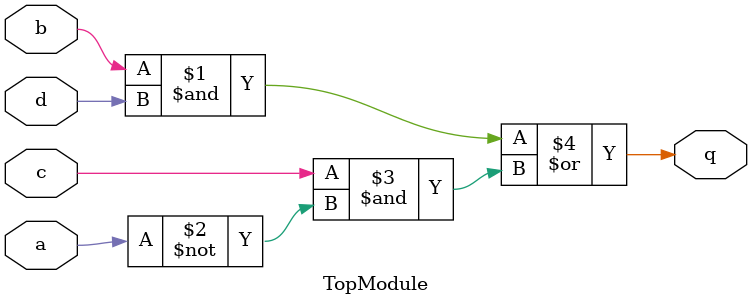
<source format=sv>
module TopModule (
    input wire a,
    input wire b,
    input wire c,
    input wire d,
    output wire q
);
    // Derived logic function implementation
    assign q = (b & d) | (c & ~a);
endmodule
</source>
